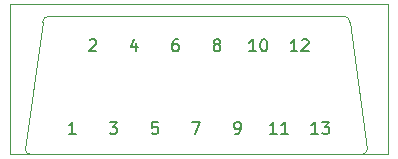
<source format=gbr>
G04 #@! TF.GenerationSoftware,KiCad,Pcbnew,(5.1.4-0-10_14)*
G04 #@! TF.CreationDate,2020-01-20T15:07:35+01:00*
G04 #@! TF.ProjectId,SIOSocket,53494f53-6f63-46b6-9574-2e6b69636164,rev?*
G04 #@! TF.SameCoordinates,Original*
G04 #@! TF.FileFunction,Legend,Top*
G04 #@! TF.FilePolarity,Positive*
%FSLAX46Y46*%
G04 Gerber Fmt 4.6, Leading zero omitted, Abs format (unit mm)*
G04 Created by KiCad (PCBNEW (5.1.4-0-10_14)) date 2020-01-20 15:07:35*
%MOMM*%
%LPD*%
G04 APERTURE LIST*
%ADD10C,0.120000*%
%ADD11C,0.150000*%
G04 APERTURE END LIST*
D10*
X133800000Y-104700000D02*
G75*
G02X133300000Y-104200000I0J500000D01*
G01*
X162300000Y-104200000D02*
G75*
G02X161800000Y-104700000I-500000J0D01*
G01*
X147800000Y-93000000D02*
X160300000Y-93000000D01*
X147800000Y-93000000D02*
X135300000Y-93000000D01*
X160300000Y-93000000D02*
G75*
G02X160800000Y-93500000I0J-500000D01*
G01*
X134800000Y-93500000D02*
G75*
G02X135300000Y-93000000I500000J0D01*
G01*
X134800000Y-93500000D02*
X133300000Y-104200000D01*
X162300000Y-104200000D02*
X160800000Y-93500000D01*
X133800000Y-104700000D02*
X161800000Y-104700000D01*
X132050000Y-104700000D02*
X164050000Y-104700000D01*
X164050000Y-104700000D02*
X164050000Y-92000000D01*
X164050000Y-92000000D02*
X132050000Y-92000000D01*
X132050000Y-92000000D02*
X132050000Y-104700000D01*
D11*
X137585714Y-102952380D02*
X137014285Y-102952380D01*
X137300000Y-102952380D02*
X137300000Y-101952380D01*
X137204761Y-102095238D01*
X137109523Y-102190476D01*
X137014285Y-102238095D01*
X140466666Y-101952380D02*
X141085714Y-101952380D01*
X140752380Y-102333333D01*
X140895238Y-102333333D01*
X140990476Y-102380952D01*
X141038095Y-102428571D01*
X141085714Y-102523809D01*
X141085714Y-102761904D01*
X141038095Y-102857142D01*
X140990476Y-102904761D01*
X140895238Y-102952380D01*
X140609523Y-102952380D01*
X140514285Y-102904761D01*
X140466666Y-102857142D01*
X144538095Y-101952380D02*
X144061904Y-101952380D01*
X144014285Y-102428571D01*
X144061904Y-102380952D01*
X144157142Y-102333333D01*
X144395238Y-102333333D01*
X144490476Y-102380952D01*
X144538095Y-102428571D01*
X144585714Y-102523809D01*
X144585714Y-102761904D01*
X144538095Y-102857142D01*
X144490476Y-102904761D01*
X144395238Y-102952380D01*
X144157142Y-102952380D01*
X144061904Y-102904761D01*
X144014285Y-102857142D01*
X147466666Y-101952380D02*
X148133333Y-101952380D01*
X147704761Y-102952380D01*
X151109523Y-102952380D02*
X151300000Y-102952380D01*
X151395238Y-102904761D01*
X151442857Y-102857142D01*
X151538095Y-102714285D01*
X151585714Y-102523809D01*
X151585714Y-102142857D01*
X151538095Y-102047619D01*
X151490476Y-102000000D01*
X151395238Y-101952380D01*
X151204761Y-101952380D01*
X151109523Y-102000000D01*
X151061904Y-102047619D01*
X151014285Y-102142857D01*
X151014285Y-102380952D01*
X151061904Y-102476190D01*
X151109523Y-102523809D01*
X151204761Y-102571428D01*
X151395238Y-102571428D01*
X151490476Y-102523809D01*
X151538095Y-102476190D01*
X151585714Y-102380952D01*
X154609523Y-102952380D02*
X154038095Y-102952380D01*
X154323809Y-102952380D02*
X154323809Y-101952380D01*
X154228571Y-102095238D01*
X154133333Y-102190476D01*
X154038095Y-102238095D01*
X155561904Y-102952380D02*
X154990476Y-102952380D01*
X155276190Y-102952380D02*
X155276190Y-101952380D01*
X155180952Y-102095238D01*
X155085714Y-102190476D01*
X154990476Y-102238095D01*
X158109523Y-102952380D02*
X157538095Y-102952380D01*
X157823809Y-102952380D02*
X157823809Y-101952380D01*
X157728571Y-102095238D01*
X157633333Y-102190476D01*
X157538095Y-102238095D01*
X158442857Y-101952380D02*
X159061904Y-101952380D01*
X158728571Y-102333333D01*
X158871428Y-102333333D01*
X158966666Y-102380952D01*
X159014285Y-102428571D01*
X159061904Y-102523809D01*
X159061904Y-102761904D01*
X159014285Y-102857142D01*
X158966666Y-102904761D01*
X158871428Y-102952380D01*
X158585714Y-102952380D01*
X158490476Y-102904761D01*
X158442857Y-102857142D01*
X138764285Y-95047619D02*
X138811904Y-95000000D01*
X138907142Y-94952380D01*
X139145238Y-94952380D01*
X139240476Y-95000000D01*
X139288095Y-95047619D01*
X139335714Y-95142857D01*
X139335714Y-95238095D01*
X139288095Y-95380952D01*
X138716666Y-95952380D01*
X139335714Y-95952380D01*
X142740476Y-95285714D02*
X142740476Y-95952380D01*
X142502380Y-94904761D02*
X142264285Y-95619047D01*
X142883333Y-95619047D01*
X146240476Y-94952380D02*
X146050000Y-94952380D01*
X145954761Y-95000000D01*
X145907142Y-95047619D01*
X145811904Y-95190476D01*
X145764285Y-95380952D01*
X145764285Y-95761904D01*
X145811904Y-95857142D01*
X145859523Y-95904761D01*
X145954761Y-95952380D01*
X146145238Y-95952380D01*
X146240476Y-95904761D01*
X146288095Y-95857142D01*
X146335714Y-95761904D01*
X146335714Y-95523809D01*
X146288095Y-95428571D01*
X146240476Y-95380952D01*
X146145238Y-95333333D01*
X145954761Y-95333333D01*
X145859523Y-95380952D01*
X145811904Y-95428571D01*
X145764285Y-95523809D01*
X149454761Y-95380952D02*
X149359523Y-95333333D01*
X149311904Y-95285714D01*
X149264285Y-95190476D01*
X149264285Y-95142857D01*
X149311904Y-95047619D01*
X149359523Y-95000000D01*
X149454761Y-94952380D01*
X149645238Y-94952380D01*
X149740476Y-95000000D01*
X149788095Y-95047619D01*
X149835714Y-95142857D01*
X149835714Y-95190476D01*
X149788095Y-95285714D01*
X149740476Y-95333333D01*
X149645238Y-95380952D01*
X149454761Y-95380952D01*
X149359523Y-95428571D01*
X149311904Y-95476190D01*
X149264285Y-95571428D01*
X149264285Y-95761904D01*
X149311904Y-95857142D01*
X149359523Y-95904761D01*
X149454761Y-95952380D01*
X149645238Y-95952380D01*
X149740476Y-95904761D01*
X149788095Y-95857142D01*
X149835714Y-95761904D01*
X149835714Y-95571428D01*
X149788095Y-95476190D01*
X149740476Y-95428571D01*
X149645238Y-95380952D01*
X152859523Y-95952380D02*
X152288095Y-95952380D01*
X152573809Y-95952380D02*
X152573809Y-94952380D01*
X152478571Y-95095238D01*
X152383333Y-95190476D01*
X152288095Y-95238095D01*
X153478571Y-94952380D02*
X153573809Y-94952380D01*
X153669047Y-95000000D01*
X153716666Y-95047619D01*
X153764285Y-95142857D01*
X153811904Y-95333333D01*
X153811904Y-95571428D01*
X153764285Y-95761904D01*
X153716666Y-95857142D01*
X153669047Y-95904761D01*
X153573809Y-95952380D01*
X153478571Y-95952380D01*
X153383333Y-95904761D01*
X153335714Y-95857142D01*
X153288095Y-95761904D01*
X153240476Y-95571428D01*
X153240476Y-95333333D01*
X153288095Y-95142857D01*
X153335714Y-95047619D01*
X153383333Y-95000000D01*
X153478571Y-94952380D01*
X156359523Y-95952380D02*
X155788095Y-95952380D01*
X156073809Y-95952380D02*
X156073809Y-94952380D01*
X155978571Y-95095238D01*
X155883333Y-95190476D01*
X155788095Y-95238095D01*
X156740476Y-95047619D02*
X156788095Y-95000000D01*
X156883333Y-94952380D01*
X157121428Y-94952380D01*
X157216666Y-95000000D01*
X157264285Y-95047619D01*
X157311904Y-95142857D01*
X157311904Y-95238095D01*
X157264285Y-95380952D01*
X156692857Y-95952380D01*
X157311904Y-95952380D01*
M02*

</source>
